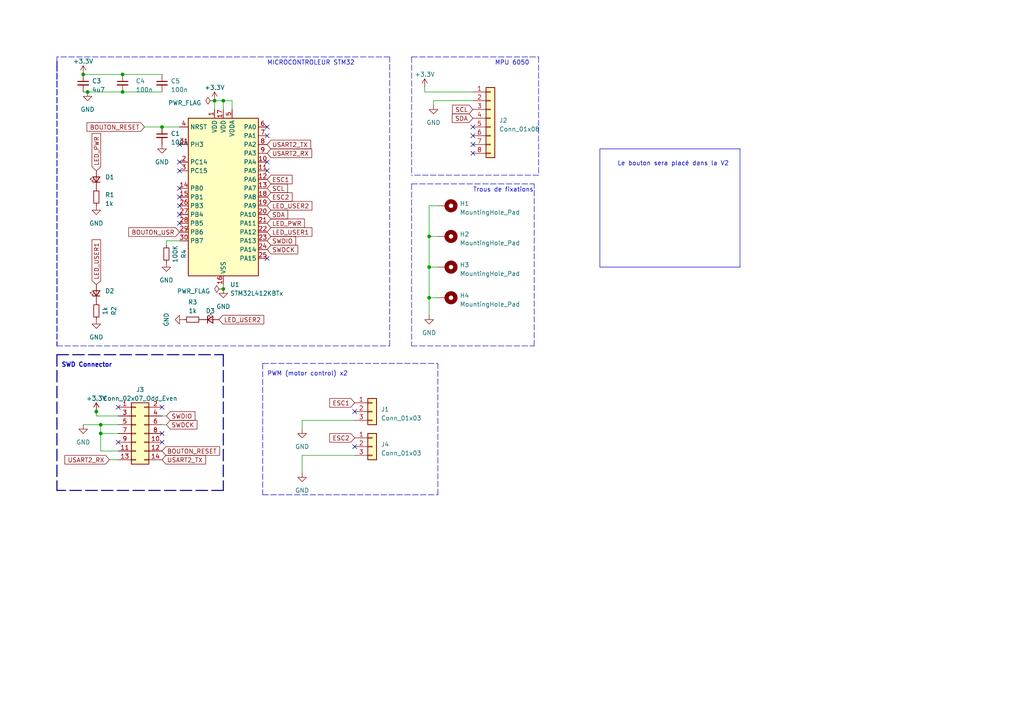
<source format=kicad_sch>
(kicad_sch (version 20230121) (generator eeschema)
  (paper "A4")
  (title_block (title "PROJET D'ELECTRONIQUE") (date "2023-04-14") (company "ENSEA"))
  (lib_symbols
    (symbol "Connector_Generic:Conn_01x03" (pin_names (offset 1.016) hide)
      (property "Reference" "J" (at 0 5.08 0))
      (property "Value" "Conn_01x03" (at 0 -5.08 0))
      (symbol "Conn_01x03_1_1"
        (rectangle (start -1.27 -2.413) (end 0 -2.667) (stroke (width 0.1524)))
        (rectangle (start -1.27 0.127) (end 0 -0.127) (stroke (width 0.1524)))
        (rectangle (start -1.27 2.667) (end 0 2.413) (stroke (width 0.1524)))
        (rectangle (start -1.27 3.81) (end 1.27 -3.81) (stroke (width 0.254)) (fill (type background)))
        (pin passive line (at -5.08 2.54 0) (length 3.81) (name "Pin_1") (number "1"))
        (pin passive line (at -5.08 0 0) (length 3.81) (name "Pin_2") (number "2"))
        (pin passive line (at -5.08 -2.54 0) (length 3.81) (name "Pin_3") (number "3"))
      )
    )
    (symbol "Connector_Generic:Conn_01x08" (pin_names (offset 1.016) hide)
      (property "Reference" "J" (at 0 10.16 0))
      (property "Value" "Conn_01x08" (at 0 -12.7 0))
      (symbol "Conn_01x08_1_1"
        (rectangle (start -1.27 -10.033) (end 0 -10.287) (stroke (width 0.1524)))
        (rectangle (start -1.27 -7.493) (end 0 -7.747) (stroke (width 0.1524)))
        (rectangle (start -1.27 -4.953) (end 0 -5.207) (stroke (width 0.1524)))
        (rectangle (start -1.27 -2.413) (end 0 -2.667) (stroke (width 0.1524)))
        (rectangle (start -1.27 0.127) (end 0 -0.127) (stroke (width 0.1524)))
        (rectangle (start -1.27 2.667) (end 0 2.413) (stroke (width 0.1524)))
        (rectangle (start -1.27 5.207) (end 0 4.953) (stroke (width 0.1524)))
        (rectangle (start -1.27 7.747) (end 0 7.493) (stroke (width 0.1524)))
        (rectangle (start -1.27 8.89) (end 1.27 -11.43) (stroke (width 0.254)) (fill (type background)))
        (pin passive line (at -5.08 7.62 0) (length 3.81) (name "Pin_1") (number "1"))
        (pin passive line (at -5.08 5.08 0) (length 3.81) (name "Pin_2") (number "2"))
        (pin passive line (at -5.08 2.54 0) (length 3.81) (name "Pin_3") (number "3"))
        (pin passive line (at -5.08 0 0) (length 3.81) (name "Pin_4") (number "4"))
        (pin passive line (at -5.08 -2.54 0) (length 3.81) (name "Pin_5") (number "5"))
        (pin passive line (at -5.08 -5.08 0) (length 3.81) (name "Pin_6") (number "6"))
        (pin passive line (at -5.08 -7.62 0) (length 3.81) (name "Pin_7") (number "7"))
        (pin passive line (at -5.08 -10.16 0) (length 3.81) (name "Pin_8") (number "8"))
      )
    )
    (symbol "Connector_Generic:Conn_02x07_Odd_Even" (pin_names (offset 1.016) hide)
      (property "Reference" "J" (at 1.27 10.16 0))
      (property "Value" "Conn_02x07_Odd_Even" (at 1.27 -10.16 0))
      (symbol "Conn_02x07_Odd_Even_1_1"
        (rectangle (start -1.27 -7.493) (end 0 -7.747) (stroke (width 0.1524)))
        (rectangle (start -1.27 -4.953) (end 0 -5.207) (stroke (width 0.1524)))
        (rectangle (start -1.27 -2.413) (end 0 -2.667) (stroke (width 0.1524)))
        (rectangle (start -1.27 0.127) (end 0 -0.127) (stroke (width 0.1524)))
        (rectangle (start -1.27 2.667) (end 0 2.413) (stroke (width 0.1524)))
        (rectangle (start -1.27 5.207) (end 0 4.953) (stroke (width 0.1524)))
        (rectangle (start -1.27 7.747) (end 0 7.493) (stroke (width 0.1524)))
        (rectangle (start -1.27 8.89) (end 3.81 -8.89) (stroke (width 0.254)) (fill (type background)))
        (rectangle (start 3.81 -7.493) (end 2.54 -7.747) (stroke (width 0.1524)))
        (rectangle (start 3.81 -4.953) (end 2.54 -5.207) (stroke (width 0.1524)))
        (rectangle (start 3.81 -2.413) (end 2.54 -2.667) (stroke (width 0.1524)))
        (rectangle (start 3.81 0.127) (end 2.54 -0.127) (stroke (width 0.1524)))
        (rectangle (start 3.81 2.667) (end 2.54 2.413) (stroke (width 0.1524)))
        (rectangle (start 3.81 5.207) (end 2.54 4.953) (stroke (width 0.1524)))
        (rectangle (start 3.81 7.747) (end 2.54 7.493) (stroke (width 0.1524)))
        (pin passive line (at -5.08 7.62 0) (length 3.81) (name "Pin_1") (number "1"))
        (pin passive line (at 7.62 -2.54 180) (length 3.81) (name "Pin_10") (number "10"))
        (pin passive line (at -5.08 -5.08 0) (length 3.81) (name "Pin_11") (number "11"))
        (pin passive line (at 7.62 -5.08 180) (length 3.81) (name "Pin_12") (number "12"))
        (pin passive line (at -5.08 -7.62 0) (length 3.81) (name "Pin_13") (number "13"))
        (pin passive line (at 7.62 -7.62 180) (length 3.81) (name "Pin_14") (number "14"))
        (pin passive line (at 7.62 7.62 180) (length 3.81) (name "Pin_2") (number "2"))
        (pin passive line (at -5.08 5.08 0) (length 3.81) (name "Pin_3") (number "3"))
        (pin passive line (at 7.62 5.08 180) (length 3.81) (name "Pin_4") (number "4"))
        (pin passive line (at -5.08 2.54 0) (length 3.81) (name "Pin_5") (number "5"))
        (pin passive line (at 7.62 2.54 180) (length 3.81) (name "Pin_6") (number "6"))
        (pin passive line (at -5.08 0 0) (length 3.81) (name "Pin_7") (number "7"))
        (pin passive line (at 7.62 0 180) (length 3.81) (name "Pin_8") (number "8"))
        (pin passive line (at -5.08 -2.54 0) (length 3.81) (name "Pin_9") (number "9"))
      )
    )
    (symbol "Device:C_Small" (pin_numbers hide) (pin_names (offset 0.254) hide)
      (property "Reference" "C" (at 0.254 1.778 0))
      (property "Value" "C_Small" (at 0.254 -2.032 0))
      (symbol "C_Small_0_1"
        (polyline (pts (xy -1.524 -0.508) (xy 1.524 -0.508)) (stroke (width 0.3302)))
        (polyline (pts (xy -1.524 0.508) (xy 1.524 0.508)) (stroke (width 0.3048)))
      )
      (symbol "C_Small_1_1"
        (pin passive line (at 0 2.54 270) (length 2.032) (name "~") (number "1"))
        (pin passive line (at 0 -2.54 90) (length 2.032) (name "~") (number "2"))
      )
    )
    (symbol "Device:LED_Small" (pin_numbers hide) (pin_names (offset 0.254) hide)
      (property "Reference" "D" (at -1.27 3.175 0))
      (property "Value" "LED_Small" (at -4.445 -2.54 0))
      (symbol "LED_Small_0_1"
        (polyline (pts (xy -0.762 -1.016) (xy -0.762 1.016)) (stroke (width 0.254)))
        (polyline (pts (xy 1.016 0) (xy -0.762 0)))
        (polyline (pts (xy 0.762 -1.016) (xy -0.762 0) (xy 0.762 1.016) (xy 0.762 -1.016)) (stroke (width 0.254)))
        (polyline (pts (xy 0 0.762) (xy -0.508 1.27) (xy -0.254 1.27) (xy -0.508 1.27) (xy -0.508 1.016)))
        (polyline (pts (xy 0.508 1.27) (xy 0 1.778) (xy 0.254 1.778) (xy 0 1.778) (xy 0 1.524)))
      )
      (symbol "LED_Small_1_1"
        (pin passive line (at -2.54 0 0) (length 1.778) (name "K") (number "1"))
        (pin passive line (at 2.54 0 180) (length 1.778) (name "A") (number "2"))
      )
    )
    (symbol "Device:R_Small" (pin_numbers hide) (pin_names (offset 0.254) hide)
      (property "Reference" "R" (at 0.762 0.508 0))
      (property "Value" "R_Small" (at 0.762 -1.016 0))
      (symbol "R_Small_0_1"
        (rectangle (start -0.762 1.778) (end 0.762 -1.778) (stroke (width 0.2032)))
      )
      (symbol "R_Small_1_1"
        (pin passive line (at 0 2.54 270) (length 0.762) (name "~") (number "1"))
        (pin passive line (at 0 -2.54 90) (length 0.762) (name "~") (number "2"))
      )
    )
    (symbol "MCU_ST_STM32L4:STM32L412KBTx"
      (property "Reference" "U" (at -10.16 24.13 0))
      (property "Value" "STM32L412KBTx" (at 5.08 24.13 0))
      (symbol "STM32L412KBTx_0_1"
        (rectangle (start -10.16 22.86) (end 10.16 -22.86) (stroke (width 0.254)) (fill (type background)))
      )
      (symbol "STM32L412KBTx_1_1"
        (pin power_in line (at -2.54 25.4 270) (length 2.54) (name "VDD") (number "1"))
        (pin bidirectional line (at 12.7 10.16 180) (length 2.54) (name "PA4") (number "10"))
        (pin bidirectional line (at 12.7 7.62 180) (length 2.54) (name "PA5") (number "11"))
        (pin bidirectional line (at 12.7 5.08 180) (length 2.54) (name "PA6") (number "12"))
        (pin bidirectional line (at 12.7 2.54 180) (length 2.54) (name "PA7") (number "13"))
        (pin bidirectional line (at -12.7 2.54 0) (length 2.54) (name "PB0") (number "14"))
        (pin bidirectional line (at -12.7 0 0) (length 2.54) (name "PB1") (number "15"))
        (pin power_in line (at 0 -25.4 90) (length 2.54) (name "VSS") (number "16"))
        (pin power_in line (at 0 25.4 270) (length 2.54) (name "VDD") (number "17"))
        (pin bidirectional line (at 12.7 0 180) (length 2.54) (name "PA8") (number "18"))
        (pin bidirectional line (at 12.7 -2.54 180) (length 2.54) (name "PA9") (number "19"))
        (pin bidirectional line (at -12.7 10.16 0) (length 2.54) (name "PC14") (number "2"))
        (pin bidirectional line (at 12.7 -5.08 180) (length 2.54) (name "PA10") (number "20"))
        (pin bidirectional line (at 12.7 -7.62 180) (length 2.54) (name "PA11") (number "21"))
        (pin bidirectional line (at 12.7 -10.16 180) (length 2.54) (name "PA12") (number "22"))
        (pin bidirectional line (at 12.7 -12.7 180) (length 2.54) (name "PA13") (number "23"))
        (pin bidirectional line (at 12.7 -15.24 180) (length 2.54) (name "PA14") (number "24"))
        (pin bidirectional line (at 12.7 -17.78 180) (length 2.54) (name "PA15") (number "25"))
        (pin bidirectional line (at -12.7 -2.54 0) (length 2.54) (name "PB3") (number "26"))
        (pin bidirectional line (at -12.7 -5.08 0) (length 2.54) (name "PB4") (number "27"))
        (pin bidirectional line (at -12.7 -7.62 0) (length 2.54) (name "PB5") (number "28"))
        (pin bidirectional line (at -12.7 -10.16 0) (length 2.54) (name "PB6") (number "29"))
        (pin bidirectional line (at -12.7 7.62 0) (length 2.54) (name "PC15") (number "3"))
        (pin bidirectional line (at -12.7 -12.7 0) (length 2.54) (name "PB7") (number "30"))
        (pin bidirectional line (at -12.7 15.24 0) (length 2.54) (name "PH3") (number "31"))
        (pin passive line (at 0 -25.4 90) (length 2.54) hide (name "VSS") (number "32"))
        (pin input line (at -12.7 20.32 0) (length 2.54) (name "NRST") (number "4"))
        (pin power_in line (at 2.54 25.4 270) (length 2.54) (name "VDDA") (number "5"))
        (pin bidirectional line (at 12.7 20.32 180) (length 2.54) (name "PA0") (number "6"))
        (pin bidirectional line (at 12.7 17.78 180) (length 2.54) (name "PA1") (number "7"))
        (pin bidirectional line (at 12.7 15.24 180) (length 2.54) (name "PA2") (number "8"))
        (pin bidirectional line (at 12.7 12.7 180) (length 2.54) (name "PA3") (number "9"))
      )
    )
    (symbol "Mechanical:MountingHole_Pad" (pin_numbers hide) (pin_names (offset 1.016) hide)
      (property "Reference" "H" (at 0 6.35 0))
      (property "Value" "MountingHole_Pad" (at 0 4.445 0))
      (symbol "MountingHole_Pad_0_1"
        (circle (center 0 1.27) (radius 1.27) (stroke (width 1.27)))
      )
      (symbol "MountingHole_Pad_1_1"
        (pin input line (at 0 -2.54 90) (length 2.54) (name "1") (number "1"))
      )
    )
    (symbol "power:+3.3V" (power) (pin_names (offset 0))
      (property "Value" "+3.3V" (at 0 3.556 0))
      (symbol "+3.3V_0_1"
        (polyline (pts (xy -0.762 1.27) (xy 0 2.54)))
        (polyline (pts (xy 0 0) (xy 0 2.54)))
        (polyline (pts (xy 0 2.54) (xy 0.762 1.27)))
      )
      (symbol "+3.3V_1_1"
        (pin power_in line (at 0 0 90) (length 0) hide (name "+3.3V") (number "1"))
      )
    )
    (symbol "power:GND" (power) (pin_names (offset 0))
      (property "Value" "GND" (at 0 -3.81 0))
      (symbol "GND_0_1"
        (polyline (pts (xy 0 0) (xy 0 -1.27) (xy 1.27 -1.27) (xy 0 -2.54) (xy -1.27 -1.27) (xy 0 -1.27)))
      )
      (symbol "GND_1_1"
        (pin power_in line (at 0 0 270) (length 0) hide (name "GND") (number "1"))
      )
    )
    (symbol "power:PWR_FLAG" (power) (pin_numbers hide) (pin_names (offset 0) hide)
      (property "Value" "PWR_FLAG" (at 0 3.81 0))
      (symbol "PWR_FLAG_0_0"
        (pin power_out line (at 0 0 90) (length 0) (name "pwr") (number "1"))
      )
      (symbol "PWR_FLAG_0_1"
        (polyline (pts (xy 0 0) (xy 0 1.27) (xy -1.016 1.905) (xy 0 2.54) (xy 1.016 1.905) (xy 0 1.27)))
      )
    )
  )
  (junction (at 124.46 68.58))
  (junction (at 35.56 26.67))
  (junction (at 27.94 119.38))
  (junction (at 64.77 29.21))
  (junction (at 29.21 125.73))
  (junction (at 64.77 83.82))
  (junction (at 124.46 77.47))
  (junction (at 25.4 26.67))
  (junction (at 35.56 21.59))
  (junction (at 24.13 21.59))
  (junction (at 124.46 86.36))
  (junction (at 29.21 123.19))
  (junction (at 62.23 29.21))
  (junction (at 46.99 36.83))
  (no_connect (at 52.07 57.15))
  (no_connect (at 34.29 118.11))
  (no_connect (at 52.07 46.99))
  (no_connect (at 46.99 118.11))
  (no_connect (at 137.16 39.37))
  (no_connect (at 52.07 54.61))
  (no_connect (at 34.29 128.27))
  (no_connect (at 77.47 36.83))
  (no_connect (at 102.87 129.54))
  (no_connect (at 52.07 62.23))
  (no_connect (at 77.47 39.37))
  (no_connect (at 77.47 49.53))
  (no_connect (at 77.47 46.99))
  (no_connect (at 46.99 128.27))
  (no_connect (at 52.07 49.53))
  (no_connect (at 137.16 41.91))
  (no_connect (at 102.87 119.38))
  (no_connect (at 137.16 44.45))
  (no_connect (at 52.07 59.69))
  (no_connect (at 52.07 64.77))
  (no_connect (at 52.07 41.91))
  (no_connect (at 46.99 125.73))
  (no_connect (at 137.16 36.83))
  (no_connect (at 77.47 74.93))
  (wire (pts (xy 124.46 86.36) (xy 124.46 91.44)))
  (bus (pts (xy 64.77 102.87) (xy 64.77 142.24)) (stroke (width 0) (type dash)))
  (polyline (pts (xy 119.38 16.51) (xy 119.38 50.8)) (stroke (width 0) (type dash)))
  (wire (pts (xy 64.77 83.82) (xy 64.77 82.55)))
  (wire (pts (xy 46.99 36.83) (xy 52.07 36.83)))
  (wire (pts (xy 35.56 21.59) (xy 46.99 21.59)))
  (bus (pts (xy 16.51 102.87) (xy 64.77 102.87)) (stroke (width 0) (type dash)))
  (polyline (pts (xy 214.63 77.47) (xy 214.63 43.18)))
  (polyline (pts (xy 113.03 100.33) (xy 113.03 16.51)) (stroke (width 0) (type dash)))
  (wire (pts (xy 87.63 121.92) (xy 102.87 121.92)))
  (polyline (pts (xy 16.51 19.05) (xy 16.51 20.32)) (stroke (width 0) (type dash)))
  (wire (pts (xy 124.46 68.58) (xy 124.46 77.47)))
  (polyline (pts (xy 76.2 105.41) (xy 127 105.41)) (stroke (width 0) (type dash)))
  (polyline (pts (xy 16.51 17.78) (xy 16.51 19.05)) (stroke (width 0) (type dash)))
  (polyline (pts (xy 76.2 105.41) (xy 76.2 143.51)) (stroke (width 0) (type dash)))
  (polyline (pts (xy 173.99 43.18) (xy 173.99 77.47)))
  (wire (pts (xy 24.13 123.19) (xy 29.21 123.19)))
  (bus (pts (xy 16.51 102.87) (xy 16.51 142.24)) (stroke (width 0) (type dash)))
  (wire (pts (xy 29.21 130.81) (xy 34.29 130.81)))
  (polyline (pts (xy 119.38 16.51) (xy 156.21 16.51)) (stroke (width 0) (type dash)))
  (wire (pts (xy 29.21 125.73) (xy 29.21 130.81)))
  (polyline (pts (xy 119.38 53.34) (xy 119.38 100.33)) (stroke (width 0) (type dash)))
  (polyline (pts (xy 154.94 100.33) (xy 154.94 53.34)) (stroke (width 0) (type dash)))
  (polyline (pts (xy 113.03 16.51) (xy 16.51 16.51)) (stroke (width 0) (type dash)))
  (polyline (pts (xy 127 143.51) (xy 127 105.41)) (stroke (width 0) (type dash)))
  (polyline (pts (xy 16.51 17.78) (xy 16.51 19.05)) (stroke (width 0) (type dash)))
  (wire (pts (xy 48.26 123.19) (xy 46.99 123.19)))
  (polyline (pts (xy 16.51 17.78) (xy 16.51 19.05)) (stroke (width 0) (type dash)))
  (wire (pts (xy 124.46 68.58) (xy 127 68.58)))
  (wire (pts (xy 29.21 123.19) (xy 29.21 125.73)))
  (wire (pts (xy 123.19 26.67) (xy 123.19 25.4)))
  (wire (pts (xy 27.94 120.65) (xy 27.94 119.38)))
  (polyline (pts (xy 76.2 143.51) (xy 127 143.51)) (stroke (width 0) (type dash)))
  (wire (pts (xy 137.16 26.67) (xy 123.19 26.67)))
  (wire (pts (xy 34.29 120.65) (xy 27.94 120.65)))
  (polyline (pts (xy 16.51 16.51) (xy 16.51 24.13)) (stroke (width 0) (type dash)))
  (wire (pts (xy 87.63 124.46) (xy 87.63 121.92)))
  (wire (pts (xy 67.31 29.21) (xy 67.31 31.75)))
  (polyline (pts (xy 16.51 19.05) (xy 16.51 100.33)) (stroke (width 0) (type dash)))
  (polyline (pts (xy 16.51 17.78) (xy 16.51 19.05)) (stroke (width 0) (type dash)))
  (wire (pts (xy 24.13 21.59) (xy 35.56 21.59)))
  (wire (pts (xy 35.56 26.67) (xy 46.99 26.67)))
  (polyline (pts (xy 173.99 43.18) (xy 214.63 43.18)))
  (wire (pts (xy 87.63 132.08) (xy 102.87 132.08)))
  (wire (pts (xy 29.21 123.19) (xy 34.29 123.19)))
  (bus (pts (xy 64.77 142.24) (xy 16.51 142.24)) (stroke (width 0) (type dash)))
  (wire (pts (xy 124.46 59.69) (xy 124.46 68.58)))
  (polyline (pts (xy 119.38 53.34) (xy 154.94 53.34)) (stroke (width 0) (type dash)))
  (wire (pts (xy 124.46 77.47) (xy 127 77.47)))
  (polyline (pts (xy 16.51 19.05) (xy 16.51 100.33)) (stroke (width 0) (type dash)))
  (polyline (pts (xy 16.51 19.05) (xy 16.51 100.33)) (stroke (width 0) (type dash)))
  (wire (pts (xy 124.46 77.47) (xy 124.46 86.36)))
  (polyline (pts (xy 119.38 100.33) (xy 154.94 100.33)) (stroke (width 0) (type dash)))
  (wire (pts (xy 125.73 30.48) (xy 125.73 29.21)))
  (wire (pts (xy 124.46 86.36) (xy 127 86.36)))
  (wire (pts (xy 25.4 26.67) (xy 35.56 26.67)))
  (wire (pts (xy 125.73 29.21) (xy 137.16 29.21)))
  (wire (pts (xy 62.23 29.21) (xy 62.23 31.75)))
  (polyline (pts (xy 156.21 16.51) (xy 156.21 50.8)) (stroke (width 0) (type dash)))
  (wire (pts (xy 48.26 71.12) (xy 48.26 69.85)))
  (wire (pts (xy 64.77 29.21) (xy 67.31 29.21)))
  (wire (pts (xy 127 59.69) (xy 124.46 59.69)))
  (wire (pts (xy 64.77 29.21) (xy 62.23 29.21)))
  (wire (pts (xy 24.13 26.67) (xy 25.4 26.67)))
  (wire (pts (xy 87.63 137.16) (xy 87.63 132.08)))
  (wire (pts (xy 31.75 133.35) (xy 34.29 133.35)))
  (polyline (pts (xy 16.51 100.33) (xy 113.03 100.33)) (stroke (width 0) (type dash)))
  (polyline (pts (xy 173.99 77.47) (xy 214.63 77.47)))
  (polyline (pts (xy 156.21 50.8) (xy 119.38 50.8)) (stroke (width 0) (type dash)))
  (wire (pts (xy 64.77 31.75) (xy 64.77 29.21)))
  (wire (pts (xy 48.26 69.85) (xy 52.07 69.85)))
  (wire (pts (xy 29.21 125.73) (xy 34.29 125.73)))
  (wire (pts (xy 41.91 36.83) (xy 46.99 36.83)))
  (wire (pts (xy 48.26 120.65) (xy 46.99 120.65)))
  (text "Trous de fixations" (at 137.16 55.88 0) (effects (font (size 1.27 1.27)) (justify left bottom)))
  (text "SWD Connector" (at 17.78 106.68 0) (effects (font (size 1.27 1.27) (thickness 0.254) bold) (justify left bottom)))
  (text "MPU 6050" (at 143.51 19.05 0) (effects (font (size 1.27 1.27)) (justify left bottom)))
  (text "Le bouton sera placé dans la V2" (at 179.07 48.26 0) (effects (font (size 1.27 1.27)) (justify left bottom)))
  (text "MICROCONTROLEUR STM32 " (at 77.47 19.05 0) (effects (font (size 1.27 1.27)) (justify left bottom)))
  (text "PWM (motor control) x2\n" (at 77.47 109.22 0) (effects (font (size 1.27 1.27)) (justify left bottom)))
  (global_label "ESC1" (shape input) (at 102.87 116.84 180) (property "Intersheetrefs" "${INTERSHEET_REFS}" (effects hide)))
  (global_label "LED_USER2" (shape input) (at 63.5 92.71 0) (property "Intersheetrefs" "${INTERSHEET_REFS}" (effects hide)))
  (global_label "ESC2" (shape input) (at 77.47 57.15 0) (property "Intersheetrefs" "${INTERSHEET_REFS}" (effects hide)))
  (global_label "LED_PWR" (shape input) (at 77.47 64.77 0) (property "Intersheetrefs" "${INTERSHEET_REFS}" (effects hide)))
  (global_label "SCL" (shape input) (at 137.16 31.75 180) (property "Intersheetrefs" "${INTERSHEET_REFS}" (effects hide)))
  (global_label "SWDIO" (shape input) (at 77.47 69.85 0) (property "Intersheetrefs" "${INTERSHEET_REFS}" (effects hide)))
  (global_label "LED_USER1" (shape input) (at 27.94 82.55 90) (property "Intersheetrefs" "${INTERSHEET_REFS}" (effects hide)))
  (global_label "BOUTON_RESET" (shape input) (at 46.99 130.81 0) (property "Intersheetrefs" "${INTERSHEET_REFS}" (effects hide)))
  (global_label "ESC2" (shape input) (at 102.87 127 180) (property "Intersheetrefs" "${INTERSHEET_REFS}" (effects hide)))
  (global_label "LED_USER1" (shape input) (at 77.47 67.31 0) (property "Intersheetrefs" "${INTERSHEET_REFS}" (effects hide)))
  (global_label "BOUTON_RESET" (shape input) (at 41.91 36.83 180) (property "Intersheetrefs" "${INTERSHEET_REFS}" (effects hide)))
  (global_label "SWDCK" (shape input) (at 77.47 72.39 0) (property "Intersheetrefs" "${INTERSHEET_REFS}" (effects hide)))
  (global_label "SWDIO" (shape input) (at 48.26 120.65 0) (property "Intersheetrefs" "${INTERSHEET_REFS}" (effects hide)))
  (global_label "USART2_RX" (shape input) (at 31.75 133.35 180) (property "Intersheetrefs" "${INTERSHEET_REFS}" (effects hide)))
  (global_label "LED_PWR" (shape input) (at 27.94 49.53 90) (property "Intersheetrefs" "${INTERSHEET_REFS}" (effects hide)))
  (global_label "LED_USER2" (shape input) (at 77.47 59.69 0) (property "Intersheetrefs" "${INTERSHEET_REFS}" (effects hide)))
  (global_label "ESC1" (shape input) (at 77.47 52.07 0) (property "Intersheetrefs" "${INTERSHEET_REFS}" (effects hide)))
  (global_label "BOUTON_USR" (shape input) (at 52.07 67.31 180) (property "Intersheetrefs" "${INTERSHEET_REFS}" (effects hide)))
  (global_label "USART2_TX" (shape input) (at 46.99 133.35 0) (property "Intersheetrefs" "${INTERSHEET_REFS}" (effects hide)))
  (global_label "USART2_RX" (shape input) (at 77.47 44.45 0) (property "Intersheetrefs" "${INTERSHEET_REFS}" (effects hide)))
  (global_label "SDA" (shape input) (at 137.16 34.29 180) (property "Intersheetrefs" "${INTERSHEET_REFS}" (effects hide)))
  (global_label "SDA" (shape input) (at 77.47 62.23 0) (property "Intersheetrefs" "${INTERSHEET_REFS}" (effects hide)))
  (global_label "SWDCK" (shape input) (at 48.26 123.19 0) (property "Intersheetrefs" "${INTERSHEET_REFS}" (effects hide)))
  (global_label "SCL" (shape input) (at 77.47 54.61 0) (property "Intersheetrefs" "${INTERSHEET_REFS}" (effects hide)))
  (global_label "USART2_TX" (shape input) (at 77.47 41.91 0) (property "Intersheetrefs" "${INTERSHEET_REFS}" (effects hide)))
  (symbol (lib_id "power:GND") (at 46.99 41.91 0) (unit 1)
    (property "Reference" "#PWR018" (effects hide))
    (property "Value" "GND" (at 46.99 46.99 0))
  )
  (symbol (lib_id "Device:LED_Small") (at 27.94 85.09 90) (unit 1)
    (property "Reference" "D2" (at 30.48 84.3915 90) (effects (justify right)))
    (property "Value" "LED_Small" (effects hide))
    (property "Footprint" "LED_SMD:LED_0603_1608Metric_Pad1.05x0.95mm_HandSolder" (effects hide))
  )
  (symbol (lib_id "power:GND") (at 124.46 91.44 0) (unit 1)
    (property "Reference" "#PWR03" (effects hide))
    (property "Value" "GND" (at 124.46 96.52 0))
  )
  (symbol (lib_id "power:GND") (at 87.63 124.46 0) (unit 1)
    (property "Reference" "#PWR017" (effects hide))
    (property "Value" "GND" (at 87.63 129.54 0))
  )
  (symbol (lib_id "Connector_Generic:Conn_01x03") (at 107.95 119.38 0) (unit 1)
    (property "Reference" "J1" (at 110.49 118.745 0) (effects (justify left)))
    (property "Value" "Conn_01x03" (at 110.49 121.285 0) (effects (justify left)))
    (property "Footprint" "Connector_JST:JST_XH_B3B-XH-A_1x03_P2.50mm_Vertical" (effects hide))
  )
  (symbol (lib_id "Device:R_Small") (at 48.26 73.66 0) (unit 1)
    (property "Reference" "R4" (at 53.34 73.66 90))
    (property "Value" "100K" (at 50.8 73.66 90))
    (property "Footprint" "Resistor_SMD:R_0603_1608Metric_Pad0.98x0.95mm_HandSolder" (effects hide))
  )
  (symbol (lib_id "Device:LED_Small") (at 60.96 92.71 0) (unit 1)
    (property "Reference" "D3" (at 61.0235 90.17 0))
    (property "Value" "LED_Small" (effects hide))
    (property "Footprint" "LED_SMD:LED_0603_1608Metric_Pad1.05x0.95mm_HandSolder" (effects hide))
  )
  (symbol (lib_id "power:GND") (at 48.26 76.2 0) (unit 1)
    (property "Reference" "#PWR019" (effects hide))
    (property "Value" "GND" (at 48.26 81.28 0))
  )
  (symbol (lib_id "power:+3.3V") (at 62.23 29.21 0) (unit 1)
    (property "Reference" "#PWR09" (effects hide))
    (property "Value" "+3.3V" (at 62.23 25.4 0))
  )
  (symbol (lib_id "Device:R_Small") (at 27.94 90.17 0) (unit 1)
    (property "Reference" "R2" (at 33.02 90.17 90))
    (property "Value" "1k" (at 30.48 90.17 90))
    (property "Footprint" "Resistor_SMD:R_0603_1608Metric_Pad0.98x0.95mm_HandSolder" (effects hide))
  )
  (symbol (lib_id "power:+3.3V") (at 27.94 119.38 0) (unit 1)
    (property "Reference" "#PWR02" (effects hide))
    (property "Value" "+3.3V" (at 27.94 115.57 0))
  )
  (symbol (lib_id "Device:C_Small") (at 35.56 24.13 0) (unit 1)
    (property "Reference" "C4" (at 39.37 23.5013 0) (effects (justify left)))
    (property "Value" "100n" (at 39.37 26.0413 0) (effects (justify left)))
    (property "Footprint" "Capacitor_SMD:C_0603_1608Metric_Pad1.08x0.95mm_HandSolder" (effects hide))
  )
  (symbol (lib_id "Device:R_Small") (at 27.94 57.15 0) (unit 1)
    (property "Reference" "R1" (at 30.48 56.515 0) (effects (justify left)))
    (property "Value" "1k" (at 30.48 59.055 0) (effects (justify left)))
    (property "Footprint" "Resistor_SMD:R_0603_1608Metric_Pad0.98x0.95mm_HandSolder" (effects hide))
  )
  (symbol (lib_id "power:PWR_FLAG") (at 62.23 29.21 90) (unit 1)
    (property "Reference" "#FLG02" (effects hide))
    (property "Value" "PWR_FLAG" (at 58.42 29.845 90) (effects (justify left)))
  )
  (symbol (lib_id "power:GND") (at 25.4 26.67 0) (unit 1)
    (property "Reference" "#PWR016" (effects hide))
    (property "Value" "GND" (at 25.4 31.75 0))
  )
  (symbol (lib_id "power:GND") (at 64.77 83.82 0) (unit 1)
    (property "Reference" "#PWR04" (effects hide))
    (property "Value" "GND" (at 64.77 88.9 0))
  )
  (symbol (lib_id "Connector_Generic:Conn_01x08") (at 142.24 34.29 0) (unit 1)
    (property "Reference" "J2" (at 144.78 34.925 0) (effects (justify left)))
    (property "Value" "Conn_01x08" (at 144.78 37.465 0) (effects (justify left)))
    (property "Footprint" "Connector_JST:JST_XH_B8B-XH-A_1x08_P2.50mm_Vertical" (effects hide))
  )
  (symbol (lib_id "Mechanical:MountingHole_Pad") (at 129.54 77.47 270) (unit 1)
    (property "Reference" "H3" (at 133.35 76.835 90) (effects (justify left)))
    (property "Value" "MountingHole_Pad" (at 133.35 79.375 90) (effects (justify left)))
    (property "Footprint" "MountingHole:MountingHole_3.2mm_M3_DIN965_Pad" (effects hide))
  )
  (symbol (lib_id "power:PWR_FLAG") (at 64.77 83.82 90) (unit 1)
    (property "Reference" "#FLG01" (effects hide))
    (property "Value" "PWR_FLAG" (at 60.96 84.455 90) (effects (justify left)))
  )
  (symbol (lib_id "power:GND") (at 53.34 92.71 270) (unit 1)
    (property "Reference" "#PWR08" (effects hide))
    (property "Value" "GND" (at 48.26 92.71 0))
  )
  (symbol (lib_id "Mechanical:MountingHole_Pad") (at 129.54 68.58 270) (unit 1)
    (property "Reference" "H2" (at 133.35 67.945 90) (effects (justify left)))
    (property "Value" "MountingHole_Pad" (at 133.35 70.485 90) (effects (justify left)))
    (property "Footprint" "MountingHole:MountingHole_3.2mm_M3_DIN965_Pad" (effects hide))
  )
  (symbol (lib_id "MCU_ST_STM32L4:STM32L412KBTx") (at 64.77 57.15 0) (unit 1)
    (property "Reference" "U1" (at 66.7259 82.55 0) (effects (justify left)))
    (property "Value" "STM32L412KBTx" (at 66.7259 85.09 0) (effects (justify left)))
    (property "Footprint" "Package_QFP:LQFP-32_7x7mm_P0.8mm" (effects hide))
    (property "Datasheet" "https://www.st.com/resource/en/datasheet/stm32l412kb.pdf" (effects hide))
  )
  (symbol (lib_id "power:GND") (at 125.73 30.48 0) (unit 1)
    (property "Reference" "#PWR011" (effects hide))
    (property "Value" "GND" (at 125.73 35.56 0))
  )
  (symbol (lib_id "power:GND") (at 87.63 137.16 0) (unit 1)
    (property "Reference" "#PWR014" (effects hide))
    (property "Value" "GND" (at 87.63 142.24 0))
  )
  (symbol (lib_id "power:GND") (at 27.94 92.71 0) (unit 1)
    (property "Reference" "#PWR06" (effects hide))
    (property "Value" "GND" (at 27.94 97.79 0))
  )
  (symbol (lib_id "Device:R_Small") (at 55.88 92.71 270) (unit 1)
    (property "Reference" "R3" (at 55.88 87.63 90))
    (property "Value" "1k" (at 55.88 90.17 90))
    (property "Footprint" "Resistor_SMD:R_0603_1608Metric_Pad0.98x0.95mm_HandSolder" (effects hide))
  )
  (symbol (lib_id "power:+3.3V") (at 27.94 119.38 0) (unit 1)
    (property "Reference" "#PWR07" (effects hide))
    (property "Value" "+3.3V" (at 27.94 115.57 0))
  )
  (symbol (lib_id "Mechanical:MountingHole_Pad") (at 129.54 59.69 270) (unit 1)
    (property "Reference" "H1" (at 133.35 59.055 90) (effects (justify left)))
    (property "Value" "MountingHole_Pad" (at 133.35 61.595 90) (effects (justify left)))
    (property "Footprint" "MountingHole:MountingHole_3.2mm_M3_DIN965_Pad" (effects hide))
  )
  (symbol (lib_id "power:GND") (at 24.13 123.19 0) (unit 1)
    (property "Reference" "#PWR01" (effects hide))
    (property "Value" "GND" (at 24.13 128.27 0))
  )
  (symbol (lib_id "power:+3.3V") (at 24.13 21.59 0) (unit 1)
    (property "Reference" "#PWR015" (effects hide))
    (property "Value" "+3.3V" (at 24.13 17.78 0))
  )
  (symbol (lib_id "Device:C_Small") (at 24.13 24.13 0) (unit 1)
    (property "Reference" "C3" (at 26.67 23.5013 0) (effects (justify left)))
    (property "Value" "4u7" (at 26.67 26.0413 0) (effects (justify left)))
    (property "Footprint" "Capacitor_SMD:C_0603_1608Metric_Pad1.08x0.95mm_HandSolder" (effects hide))
  )
  (symbol (lib_id "Connector_Generic:Conn_02x07_Odd_Even") (at 39.37 125.73 0) (unit 1)
    (property "Reference" "J3" (at 40.64 113.03 0))
    (property "Value" "Conn_02x07_Odd_Even" (at 40.64 115.57 0))
    (property "Footprint" "Connector_PinHeader_1.27mm:PinHeader_2x07_P1.27mm_Vertical_SMD" (effects hide))
  )
  (symbol (lib_id "Device:C_Small") (at 46.99 24.13 0) (unit 1)
    (property "Reference" "C5" (at 49.53 23.5013 0) (effects (justify left)))
    (property "Value" "100n" (at 49.53 26.0413 0) (effects (justify left)))
    (property "Footprint" "Capacitor_SMD:C_0603_1608Metric_Pad1.08x0.95mm_HandSolder" (effects hide))
  )
  (symbol (lib_id "power:GND") (at 27.94 59.69 0) (unit 1)
    (property "Reference" "#PWR05" (effects hide))
    (property "Value" "GND" (at 27.94 64.77 0))
  )
  (symbol (lib_id "Connector_Generic:Conn_01x03") (at 107.95 129.54 0) (unit 1)
    (property "Reference" "J4" (at 110.49 128.905 0) (effects (justify left)))
    (property "Value" "Conn_01x03" (at 110.49 131.445 0) (effects (justify left)))
    (property "Footprint" "Connector_JST:JST_XH_B3B-XH-A_1x03_P2.50mm_Vertical" (effects hide))
  )
  (symbol (lib_id "Mechanical:MountingHole_Pad") (at 129.54 86.36 270) (unit 1)
    (property "Reference" "H4" (at 133.35 85.725 90) (effects (justify left)))
    (property "Value" "MountingHole_Pad" (at 133.35 88.265 90) (effects (justify left)))
    (property "Footprint" "MountingHole:MountingHole_3.2mm_M3_DIN965_Pad" (effects hide))
  )
  (symbol (lib_id "Device:LED_Small") (at 27.94 52.07 90) (unit 1)
    (property "Reference" "D1" (at 30.48 51.3715 90) (effects (justify right)))
    (property "Value" "LED_Small" (effects hide))
    (property "Footprint" "LED_SMD:LED_0603_1608Metric_Pad1.05x0.95mm_HandSolder" (effects hide))
  )
  (symbol (lib_id "power:+3.3V") (at 123.19 25.4 0) (unit 1)
    (property "Reference" "#PWR010" (effects hide))
    (property "Value" "+3.3V" (at 123.19 21.59 0))
  )
  (symbol (lib_id "Device:C_Small") (at 46.99 39.37 0) (unit 1)
    (property "Reference" "C1" (at 49.53 38.7413 0) (effects (justify left)))
    (property "Value" "100n" (at 49.53 41.2813 0) (effects (justify left)))
    (property "Footprint" "Capacitor_SMD:C_0603_1608Metric_Pad1.08x0.95mm_HandSolder" (effects hide))
  )
)
</source>
